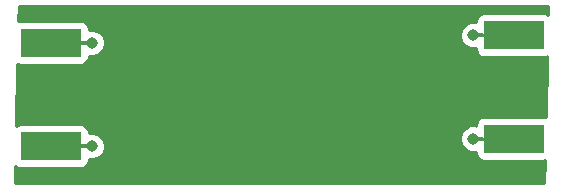
<source format=gbr>
G04 #@! TF.GenerationSoftware,KiCad,Pcbnew,(5.0.2)-1*
G04 #@! TF.CreationDate,2019-04-22T16:25:30-07:00*
G04 #@! TF.ProjectId,Image_Filter_Rev1,496d6167-655f-4466-996c-7465725f5265,rev?*
G04 #@! TF.SameCoordinates,Original*
G04 #@! TF.FileFunction,Copper,L2,Bot*
G04 #@! TF.FilePolarity,Positive*
%FSLAX46Y46*%
G04 Gerber Fmt 4.6, Leading zero omitted, Abs format (unit mm)*
G04 Created by KiCad (PCBNEW (5.0.2)-1) date 4/22/2019 4:25:30 PM*
%MOMM*%
%LPD*%
G01*
G04 APERTURE LIST*
G04 #@! TA.AperFunction,SMDPad,CuDef*
%ADD10R,5.080000X2.420000*%
G04 #@! TD*
G04 #@! TA.AperFunction,ViaPad*
%ADD11C,0.970000*%
G04 #@! TD*
G04 #@! TA.AperFunction,Conductor*
%ADD12R,0.950000X0.460000*%
G04 #@! TD*
G04 #@! TA.AperFunction,Conductor*
%ADD13C,0.250000*%
G04 #@! TD*
G04 #@! TA.AperFunction,NonConductor*
%ADD14C,0.254000*%
G04 #@! TD*
G04 APERTURE END LIST*
D10*
G04 #@! TO.P,J1,2*
G04 #@! TO.N,GND*
X106045000Y-79440000D03*
X106045000Y-88200000D03*
D11*
G04 #@! TD*
G04 #@! TO.N,GND*
G04 #@! TO.C,J1*
X109485000Y-79440000D03*
G04 #@! TO.N,GND*
G04 #@! TO.C,J1*
X109485000Y-88200000D03*
D12*
X109035000Y-79440000D03*
X109035000Y-88200000D03*
G04 #@! TD*
G04 #@! TO.N,GND*
G04 #@! TO.C,J2*
X142240000Y-78805000D03*
X142240000Y-87565000D03*
D11*
X141790000Y-78805000D03*
X141790000Y-87565000D03*
D10*
G04 #@! TD*
G04 #@! TO.P,J2,2*
G04 #@! TO.N,GND*
X145230000Y-78805000D03*
G04 #@! TO.P,J2,2*
G04 #@! TO.N,GND*
X145230000Y-87565000D03*
G04 #@! TD*
D13*
G04 #@! TO.N,GND*
X106045000Y-79440000D02*
X109035000Y-79440000D01*
X106045000Y-88200000D02*
X109485000Y-88200000D01*
X141790000Y-87565000D02*
X145230000Y-87565000D01*
X142240000Y-78805000D02*
X145230000Y-78805000D01*
G04 #@! TD*
D14*
G36*
X148115531Y-77062168D02*
X148017765Y-76996843D01*
X147770000Y-76947560D01*
X142690000Y-76947560D01*
X142442235Y-76996843D01*
X142232191Y-77137191D01*
X142091843Y-77347235D01*
X142042560Y-77595000D01*
X142042560Y-77697334D01*
X142012782Y-77685000D01*
X141567218Y-77685000D01*
X141155571Y-77855510D01*
X140840510Y-78170571D01*
X140670000Y-78582218D01*
X140670000Y-79027782D01*
X140840510Y-79439429D01*
X141155571Y-79754490D01*
X141567218Y-79925000D01*
X142012782Y-79925000D01*
X142042560Y-79912666D01*
X142042560Y-80015000D01*
X142091843Y-80262765D01*
X142232191Y-80472809D01*
X142442235Y-80613157D01*
X142690000Y-80662440D01*
X147770000Y-80662440D01*
X148017765Y-80613157D01*
X148044873Y-80595044D01*
X147941939Y-85741760D01*
X147770000Y-85707560D01*
X142690000Y-85707560D01*
X142442235Y-85756843D01*
X142232191Y-85897191D01*
X142091843Y-86107235D01*
X142042560Y-86355000D01*
X142042560Y-86457334D01*
X142012782Y-86445000D01*
X141567218Y-86445000D01*
X141155571Y-86615510D01*
X140840510Y-86930571D01*
X140670000Y-87342218D01*
X140670000Y-87787782D01*
X140840510Y-88199429D01*
X141155571Y-88514490D01*
X141567218Y-88685000D01*
X142012782Y-88685000D01*
X142042560Y-88672666D01*
X142042560Y-88775000D01*
X142091843Y-89022765D01*
X142232191Y-89232809D01*
X142442235Y-89373157D01*
X142690000Y-89422440D01*
X147770000Y-89422440D01*
X147868718Y-89402804D01*
X147830514Y-91313000D01*
X102999673Y-91313000D01*
X103030308Y-89842541D01*
X103047191Y-89867809D01*
X103257235Y-90008157D01*
X103505000Y-90057440D01*
X108585000Y-90057440D01*
X108832765Y-90008157D01*
X109042809Y-89867809D01*
X109183157Y-89657765D01*
X109232440Y-89410000D01*
X109232440Y-89307666D01*
X109262218Y-89320000D01*
X109707782Y-89320000D01*
X110119429Y-89149490D01*
X110434490Y-88834429D01*
X110605000Y-88422782D01*
X110605000Y-87977218D01*
X110434490Y-87565571D01*
X110119429Y-87250510D01*
X109707782Y-87080000D01*
X109262218Y-87080000D01*
X109232440Y-87092334D01*
X109232440Y-86990000D01*
X109183157Y-86742235D01*
X109042809Y-86532191D01*
X108832765Y-86391843D01*
X108585000Y-86342560D01*
X103505000Y-86342560D01*
X103257235Y-86391843D01*
X103100008Y-86496899D01*
X103210014Y-81216605D01*
X103257235Y-81248157D01*
X103505000Y-81297440D01*
X108585000Y-81297440D01*
X108832765Y-81248157D01*
X109042809Y-81107809D01*
X109183157Y-80897765D01*
X109232440Y-80650000D01*
X109232440Y-80547666D01*
X109262218Y-80560000D01*
X109707782Y-80560000D01*
X110119429Y-80389490D01*
X110434490Y-80074429D01*
X110605000Y-79662782D01*
X110605000Y-79217218D01*
X110434490Y-78805571D01*
X110119429Y-78490510D01*
X109707782Y-78320000D01*
X109262218Y-78320000D01*
X109232440Y-78332334D01*
X109232440Y-78230000D01*
X109183157Y-77982235D01*
X109042809Y-77772191D01*
X108832765Y-77631843D01*
X108585000Y-77582560D01*
X103505000Y-77582560D01*
X103284811Y-77626358D01*
X103311881Y-76327000D01*
X148130234Y-76327000D01*
X148115531Y-77062168D01*
X148115531Y-77062168D01*
G37*
X148115531Y-77062168D02*
X148017765Y-76996843D01*
X147770000Y-76947560D01*
X142690000Y-76947560D01*
X142442235Y-76996843D01*
X142232191Y-77137191D01*
X142091843Y-77347235D01*
X142042560Y-77595000D01*
X142042560Y-77697334D01*
X142012782Y-77685000D01*
X141567218Y-77685000D01*
X141155571Y-77855510D01*
X140840510Y-78170571D01*
X140670000Y-78582218D01*
X140670000Y-79027782D01*
X140840510Y-79439429D01*
X141155571Y-79754490D01*
X141567218Y-79925000D01*
X142012782Y-79925000D01*
X142042560Y-79912666D01*
X142042560Y-80015000D01*
X142091843Y-80262765D01*
X142232191Y-80472809D01*
X142442235Y-80613157D01*
X142690000Y-80662440D01*
X147770000Y-80662440D01*
X148017765Y-80613157D01*
X148044873Y-80595044D01*
X147941939Y-85741760D01*
X147770000Y-85707560D01*
X142690000Y-85707560D01*
X142442235Y-85756843D01*
X142232191Y-85897191D01*
X142091843Y-86107235D01*
X142042560Y-86355000D01*
X142042560Y-86457334D01*
X142012782Y-86445000D01*
X141567218Y-86445000D01*
X141155571Y-86615510D01*
X140840510Y-86930571D01*
X140670000Y-87342218D01*
X140670000Y-87787782D01*
X140840510Y-88199429D01*
X141155571Y-88514490D01*
X141567218Y-88685000D01*
X142012782Y-88685000D01*
X142042560Y-88672666D01*
X142042560Y-88775000D01*
X142091843Y-89022765D01*
X142232191Y-89232809D01*
X142442235Y-89373157D01*
X142690000Y-89422440D01*
X147770000Y-89422440D01*
X147868718Y-89402804D01*
X147830514Y-91313000D01*
X102999673Y-91313000D01*
X103030308Y-89842541D01*
X103047191Y-89867809D01*
X103257235Y-90008157D01*
X103505000Y-90057440D01*
X108585000Y-90057440D01*
X108832765Y-90008157D01*
X109042809Y-89867809D01*
X109183157Y-89657765D01*
X109232440Y-89410000D01*
X109232440Y-89307666D01*
X109262218Y-89320000D01*
X109707782Y-89320000D01*
X110119429Y-89149490D01*
X110434490Y-88834429D01*
X110605000Y-88422782D01*
X110605000Y-87977218D01*
X110434490Y-87565571D01*
X110119429Y-87250510D01*
X109707782Y-87080000D01*
X109262218Y-87080000D01*
X109232440Y-87092334D01*
X109232440Y-86990000D01*
X109183157Y-86742235D01*
X109042809Y-86532191D01*
X108832765Y-86391843D01*
X108585000Y-86342560D01*
X103505000Y-86342560D01*
X103257235Y-86391843D01*
X103100008Y-86496899D01*
X103210014Y-81216605D01*
X103257235Y-81248157D01*
X103505000Y-81297440D01*
X108585000Y-81297440D01*
X108832765Y-81248157D01*
X109042809Y-81107809D01*
X109183157Y-80897765D01*
X109232440Y-80650000D01*
X109232440Y-80547666D01*
X109262218Y-80560000D01*
X109707782Y-80560000D01*
X110119429Y-80389490D01*
X110434490Y-80074429D01*
X110605000Y-79662782D01*
X110605000Y-79217218D01*
X110434490Y-78805571D01*
X110119429Y-78490510D01*
X109707782Y-78320000D01*
X109262218Y-78320000D01*
X109232440Y-78332334D01*
X109232440Y-78230000D01*
X109183157Y-77982235D01*
X109042809Y-77772191D01*
X108832765Y-77631843D01*
X108585000Y-77582560D01*
X103505000Y-77582560D01*
X103284811Y-77626358D01*
X103311881Y-76327000D01*
X148130234Y-76327000D01*
X148115531Y-77062168D01*
M02*

</source>
